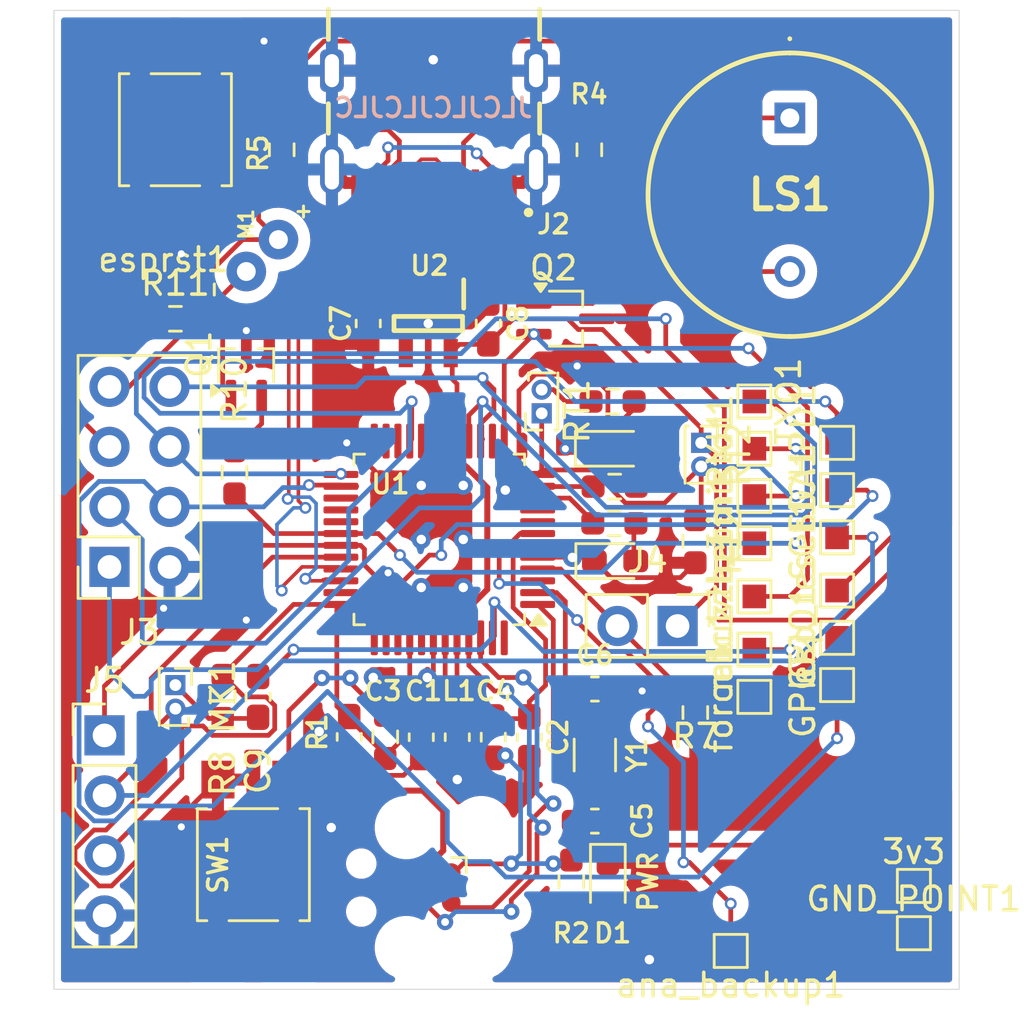
<source format=kicad_pcb>
(kicad_pcb (version 20240108) (generator "pcbnew") (generator_version "8.0")
  (layers (0 "F.Cu" signal) (31 "B.Cu" signal) (34 "B.Paste" user) (35 "F.Paste" user) (36 "B.SilkS" user "B.Silkscreen") (37 "F.SilkS" user "F.Silkscreen") (38 "B.Mask" user) (39 "F.Mask" user) (44 "Edge.Cuts" user))
  (net 0 "")
  (net 1 "Net-(U1-VDDCORE)")
  (net 2 "GND")
  (net 3 "/VDDANA")
  (net 4 "+3V3")
  (net 5 "/XC1")
  (net 6 "/XC2")
  (net 7 "VBUS")
  (net 8 "Net-(D1-A)")
  (net 9 "Net-(D2-A)")
  (net 10 "Net-(D3-A)")
  (net 11 "/LED1")
  (net 12 "/LED2")
  (net 13 "/POT")
  (net 14 "/SWD")
  (net 15 "/SWC")
  (net 16 "/D+")
  (net 17 "/D-")
  (net 18 "/~{RST}")
  (net 21 "Net-(MK1-OUTPUT_(+))")
  (net 22 "/mic")
  (net 24 "/TXO")
  (net 26 "/RXI")
  (net 27 "/GPIO0")
  (net 30 "/GPIO2")
  (net 31 "/CHPD")
  (net 32 "/esp_reset")
  (net 35 "/force_ana_in")
  (net 37 "/SCL")
  (net 38 "/SDA")
  (net 42 "Net-(LS1--)")
  (net 45 "Net-(Q1-C)")
  (net 47 "Net-(Q1-B)")
  (net 48 "/buzzer")
  (net 49 "/vib_pin")
  (net 50 "/thermistor_pin")
  (net 52 "/ana_backup_1")
  (net 53 "/ana_backup_2")
  (net 54 "Net-(R9-Pad1)")
  (net 57 "Net-(J2-CC1)")
  (net 58 "Net-(J2-CC2)")
  (footprint "Connector_PinHeader_1.00mm:PinHeader_2x01_P1.00mm_Vertical" (layer "F.Cu") (at 110.5 107 -90)
    (property "Reference" "MK1")
    (property "Value" "CMEJ-0415-42-P" (hide yes))
  )
  (footprint "TestPoint:TestPoint_Pad_1.0x1.0mm" (layer "F.Cu") (at 135 99 90)
    (property "Reference" "thermistor1")
    (property "Value" "thermistor")
  )
  (footprint "TestPoint:TestPoint_Pad_1.0x1.0mm" (layer "F.Cu") (at 135 105.5 90)
    (property "Reference" "mic1")
    (property "Value" "mic")
  )
  (footprint "LED_SMD:LED_0603_1608Metric_Pad1.05x0.95mm_HandSolder" (layer "F.Cu") (at 128.8 115.4 -90)
    (property "Reference" "D1")
    (property "Value" "GREEN")
  )
  (footprint "TestPoint:TestPoint_Pad_1.0x1.0mm" (layer "F.Cu") (at 138.5 96.75 90)
    (property "Reference" "CHPD1")
    (property "Value" "CHPD")
  )
  (footprint "Resistor_SMD:R_0603_1608Metric_Pad0.98x0.95mm_HandSolder" (layer "F.Cu") (at 129.075 100.15675)
    (property "Reference" "R3" (hide yes))
    (property "Value" "1k")
  )
  (footprint "TestPoint:TestPoint_Pad_1.0x1.0mm" (layer "F.Cu") (at 138.5 98.75 90)
    (property "Reference" "SDA1")
    (property "Value" "SDA")
  )
  (footprint "Capacitor_SMD:C_0603_1608Metric_Pad1.08x0.95mm_HandSolder" (layer "F.Cu") (at 117.856 109.194 -90)
    (property "Reference" "C3")
    (property "Value" "0.1uF")
  )
  (footprint "Package_QFP:TQFP-48_7x7mm_P0.5mm" (layer "F.Cu") (at 121.666 100.838 180)
    (property "Reference" "U1")
    (property "Value" "ATSAMD21G18A-A" (hide yes))
  )
  (footprint "Inductor_SMD:L_0603_1608Metric_Pad1.05x0.95mm_HandSolder" (layer "F.Cu") (at 123.952 109.207 90)
    (property "Reference" "L1")
    (property "Value" "FB-30R")
  )
  (footprint "Resistor_SMD:R_0603_1608Metric_Pad0.98x0.95mm_HandSolder" (layer "F.Cu") (at 132.5 100.9125 -90)
    (property "Reference" "R12")
    (property "Value" "2k")
  )
  (footprint "LED_SMD:LED_0603_1608Metric_Pad1.05x0.95mm_HandSolder" (layer "F.Cu") (at 129.0875 97)
    (property "Reference" "D3" (hide yes))
    (property "Value" "RED")
  )
  (footprint "LED_SMD:LED_0603_1608Metric_Pad1.05x0.95mm_HandSolder" (layer "F.Cu") (at 129.104886 101.75)
    (property "Reference" "D2" (hide yes))
    (property "Value" "RED")
  )
  (footprint "Resistor_SMD:R_0603_1608Metric_Pad0.98x0.95mm_HandSolder" (layer "F.Cu") (at 112.5 107.5 90)
    (property "Reference" "R8")
    (property "Value" "2.2k" (hide yes))
  )
  (footprint "Capacitor_SMD:C_0603_1608Metric_Pad1.08x0.95mm_HandSolder" (layer "F.Cu") (at 128.25 107.168)
    (property "Reference" "C6")
    (property "Value" "15uF")
  )
  (footprint "Capacitor_SMD:C_0603_1608Metric_Pad1.08x0.95mm_HandSolder" (layer "F.Cu") (at 122.428 109.207 -90)
    (property "Reference" "C4")
    (property "Value" "0.1uF")
  )
  (footprint "Capacitor_SMD:C_0603_1608Metric_Pad1.08x0.95mm_HandSolder" (layer "F.Cu") (at 125.476 109.207 -90)
    (property "Reference" "C2")
    (property "Value" "0.1uF")
  )
  (footprint "hcipcb:GCT_USB4105-GF-A" (layer "F.Cu") (at 121.443119 80.999999 180)
    (property "Reference" "J2")
    (property "Value" "USB4105-GF-A" (hide yes))
  )
  (footprint "TestPoint:TestPoint_Pad_1.0x1.0mm" (layer "F.Cu") (at 135 103.25 90)
    (property "Reference" "buzzer1")
    (property "Value" "buzzer")
  )
  (footprint "Buzzer_TE122001_6:TE1220016" (layer "F.Cu") (at 136.5 83)
    (property "Reference" "LS1")
    (property "Value" "TE122001-6" (hide yes))
  )
  (footprint "TestPoint:TestPoint_Pad_1.0x1.0mm" (layer "F.Cu") (at 138.5 103 90)
    (property "Reference" "esp_reset1")
    (property "Value" "esp_reset")
  )
  (footprint "Button_Switch_SMD:SW_SPST_TL3305A" (layer "F.Cu") (at 110.5 83.5 90)
    (property "Reference" "esprst1")
    (property "Value" "SW_Push" (hide yes))
  )
  (footprint "Resistor_SMD:R_0603_1608Metric_Pad0.98x0.95mm_HandSolder" (layer "F.Cu") (at 127.254 115.316 -90)
    (property "Reference" "R2")
    (property "Value" "1k")
  )
  (footprint "Package_TO_SOT_SMD:SOT-323_SC-70_Handsoldering" (layer "F.Cu") (at 113.5 93.5 90)
    (property "Reference" "Q1")
    (property "Value" "NPN" (hide yes))
  )
  (footprint "Resistor_SMD:R_0603_1608Metric_Pad0.98x0.95mm_HandSolder" (layer "F.Cu") (at 128.016 84.348 -90)
    (property "Reference" "R4")
    (property "Value" "5.1k")
  )
  (footprint "TestPoint:TestPoint_Pad_1.0x1.0mm" (layer "F.Cu") (at 135 97 90)
    (property "Reference" "RXI1")
    (property "Value" "RXI")
  )
  (footprint "TestPoint:TestPoint_Pad_1.0x1.0mm" (layer "F.Cu") (at 134 118.25 180)
    (property "Reference" "ana_backup1")
    (property "Value" "ana_backup1")
  )
  (footprint "Connector_PinHeader_2.54mm:PinHeader_1x04_P2.54mm_Vertical" (layer "F.Cu") (at 107.5 109.13)
    (property "Reference" "J5")
    (property "Value" "Conn_01x04")
  )
  (footprint "Capacitor_SMD:C_0603_1608Metric_Pad1.08x0.95mm_HandSolder" (layer "F.Cu") (at 118.66 91.7 90)
    (property "Reference" "C7")
    (property "Value" "1uF")
  )
  (footprint "TestPoint:TestPoint_Pad_1.0x1.0mm" (layer "F.Cu") (at 138.5 107 90)
    (property "Reference" "GPIO2")
    (property "Value" "GPIO2")
  )
  (footprint "Capacitor_SMD:C_0603_1608Metric_Pad1.08x0.95mm_HandSolder" (layer "F.Cu") (at 114 107.5 90)
    (property "Reference" "C9")
    (property "Value" "1uF" (hide yes))
  )
  (footprint "Capacitor_SMD:C_0603_1608Metric_Pad1.08x0.95mm_HandSolder" (layer "F.Cu") (at 123.74 91.7 90)
    (property "Reference" "C8")
    (property "Value" "1uF" (hide yes))
  )
  (footprint "Connector_PinHeader_1.00mm:PinHeader_2x01_P1.00mm_Vertical" (layer "F.Cu") (at 126 95.5 90)
    (property "Reference" "RT1")
    (property "Value" "ERT-J0ER223J" (hide yes))
  )
  (footprint "Resistor_SMD:R_0603_1608Metric_Pad0.98x0.95mm_HandSolder" (layer "F.Cu") (at 110.5 91.5 180)
    (property "Reference" "R11")
    (property "Value" "10k" (hide yes))
  )
  (footprint "Resistor_SMD:R_0603_1608Metric_Pad0.98x0.95mm_HandSolder" (layer "F.Cu") (at 129.0875 98.6)
    (property "Reference" "R6" (hide yes))
    (property "Value" "1k")
  )
  (footprint "Capacitor_SMD:C_0603_1608Metric_Pad1.08x0.95mm_HandSolder" (layer "F.Cu") (at 120.904 109.207 -90)
    (property "Reference" "C1")
    (property "Value" "0.1uF")
  )
  (footprint "Resistor_SMD:R_0603_1608Metric_Pad0.98x0.95mm_HandSolder" (layer "F.Cu") (at 132.5 108.1625 -90)
    (property "Reference" "R7")
    (property "Value" "10k" (hide yes))
  )
  (footprint "TestPoint:TestPoint_Pad_1.0x1.0mm" (layer "F.Cu") (at 135 107.5 90)
    (property "Reference" "force1")
    (property "Value" "force")
  )
  (footprint "Button_Switch_SMD:SW_SPST_TL3305A" (layer "F.Cu") (at 113.8 114.6 -90)
    (property "Reference" "SW1")
    (property "Value" "SW_Push")
  )
  (footprint "Resistor_SMD:R_0603_1608Metric_Pad0.98x0.95mm_HandSolder" (layer "F.Cu") (at 115 84.348 -90)
    (property "Reference" "R5")
    (property "Value" "5.1k")
  )
  (footprint "SparkFun_ElectroMechanical:VIBE-MOTOR-10MM" (layer "F.Cu") (at 113.46 88.15 90)
    (property "Reference" "M1")
    (property "Value" "MOTOR10MM" (hide yes))
  )
  (footprint "TestPoint:TestPoint_Pad_1.0x1.0mm" (layer "F.Cu") (at 135 95 -90)
    (property "Reference" "TXO1")
    (property "Value" "TXO")
  )
  (footprint "hcipcb:SOT95P280X145-5N" (layer "F.Cu") (at 121.2 91.7 -90)
    (property "Reference" "U2")
    (property "Value" "TLV73333PQDBVRQ1" (hide yes))
  )
  (footprint "Capacitor_SMD:C_0603_1608Metric_Pad1.08x0.95mm_HandSolder" (layer "F.Cu") (at 128.25 112.756)
    (property "Reference" "C5")
    (property "Value" "15uF")
  )
  (footprint "TestPoint:TestPoint_Pad_1.0x1.0mm" (layer "F.Cu") (at 138.5 100.75 90)
    (property "Reference" "SCL1")
    (property "Value" "SCL")
  )
  (footprint "Connector_PinSocket_2.54mm:PinSocket_2x04_P2.54mm_Vertical" (layer "F.Cu") (at 107.71 102 180)
    (property "Reference" "J3")
    (property "Value" "ESP8266 Pin")
  )
  (footprint "Connector_PinSocket_2.54mm:PinSocket_2x01_P2.54mm_Vertical" (layer "F.Cu") (at 131.75 104.5)
    (property "Reference" "J4")
    (property "Value" "Pressure")
  )
  (footprint "Package_TO_SOT_SMD:SOT-323_SC-70_Handsoldering" (layer "F.Cu") (at 127 91.5)
    (property "Reference" "Q2")
    (property "Value" "NPN" (hide yes))
  )
  (footprint "Resistor_SMD:R_0603_1608Metric_Pad0.98x0.95mm_HandSolder" (layer "F.Cu") (at 113 98 90)
    (property "Reference" "R10")
    (property "Value" "200" (hide yes))
  )
  (footprint "Connector_PinHeader_1.00mm:PinHeader_2x01_P1.00mm_Vertical" (layer "F.Cu") (at 132.75 96.75 -90)
    (property "Reference" "RT2")
    (property "Value" "ERT-J0ER223J")
  )
  (footprint "TestPoint:TestPoint_Pad_1.0x1.0mm" (layer "F.Cu") (at 141.75 115.5)
    (property "Reference" "3v3")
    (property "Value" "3v3")
  )
  (footprint "Connector:Tag-Connect_TC2030-IDC-FP_2x03_P1.27mm_Vertical" (layer "F.Cu") (at 120.904 115.57 180)
    (property "Reference" "J1" (hide yes))
    (property "Value" "SWD_TAG-CONNECT")
  )
  (footprint "TestPoint:TestPoint_Pad_1.0x1.0mm" (layer "F.Cu") (at 141.75 117.5)
    (property "Reference" "GND_POINT1")
    (property "Value" "Ground" (hide yes))
  )
  (footprint "TestPoint:TestPoint_Pad_1.0x1.0mm" (layer "F.Cu") (at 135 101 90)
    (property "Reference" "vib_pin1")
    (property "Value" "vib_pin")
  )
  (footprint "Crystal:Crystal_SMD_3215-2Pin_3.2x1.5mm" (layer "F.Cu") (at 128.25 109.962 90)
    (property "Reference" "Y1")
    (property "Value" "Crystal_Small")
  )
  (footprint "Resistor_SMD:R_0603_1608Metric_Pad0.98x0.95mm_HandSolder" (layer "F.Cu") (at 119.38 109.194 90)
    (property "Reference" "R1")
    (property "Value" "10k")
  )
  (footprint "TestPoint:TestPoint_Pad_1.0x1.0mm" (layer "F.Cu") (at 138.5 105 90)
    (property "Reference" "GPIO1")
    (property "Value" "GPIO0")
  )
  (footprint "Resistor_SMD:R_0603_1608Metric_Pad0.98x0.95mm_HandSolder" (layer "F.Cu") (at 129 95)
    (property "Reference" "R9" (hide yes))
    (property "Value" "750" (hide yes))
  )
  (gr_rect (start 105.360088 78.447568) (end 143.666646 119.874853) (stroke (width 0.0381)) (fill none) (layer "Edge.Cuts"))
  (gr_text "Todd Tan" (at 142.75 111 90) (layer "F.Cu") (effects (font (size 1.5 1.5) (thickness 0.2)) (justify left bottom)))
  (gr_text "JLCJLCJLCJLC" (at 121.412 82.57 0) (layer "B.SilkS") (effects (font (size 0.8128 0.8128) (thickness 0.1524)) (justify mirror)))
  (gr_text "PWR" (at 130.5 115.316 90) (layer "F.SilkS") (effects (font (size 0.8 0.8) (thickness 0.15) (bold yes))))
  (segment (start 121.916 107.42) (end 121.916 105.0005) (width 0.2) (layer "F.Cu") (net 1))
  (segment (start 120.904 108.432) (end 121.916 107.42) (width 0.2) (layer "F.Cu") (net 1))
  (segment (start 121.2 91.7) (end 121.2 90.45) (width 0.5) (layer "F.Cu") (net 2))
  (segment (start 129.9125 95) (end 129.9125 95.3) (width 0.2) (layer "F.Cu") (net 2))
  (segment (start 107.8 115.5) (end 112.3 111) (width 0.2) (layer "F.Cu") (net 2))
  (segment (start 120.1525 110.821) (end 118.6205 110.821) (width 0.2) (layer "F.Cu") (net 2))
  (segment (start 122.965 91.7) (end 123.74 90.925) (width 0.5) (layer "F.Cu") (net 2))
  (segment (start 121.416 106.422) (end 121.416 105.0005) (width 0.2) (layer "F.Cu") (net 2))
  (segment (start 128.802 96.4105) (end 128.2125 97) (width 0.2) (layer "F.Cu") (net 2))
  (segment (start 121.916 97.54) (end 121.916 96.6755) (width 0.2) (layer "F.Cu") (net 2))
  (segment (start 117.75 96.75) (end 119.552 98.552) (width 0.2) (layer "F.Cu") (net 2))
  (segment (start 129.1125 107.168) (end 130.168 107.168) (width 0.2) (layer "F.Cu") (net 2))
  (segment (start 120.904 102.87) (end 121.416 103.382) (width 0.2) (layer "F.Cu") (net 2))
  (segment (start 109.804 110.889109) (end 107.560109 113.133) (width 0.2) (layer "F.Cu") (net 2))
  (segment (start 120.904 98.552) (end 121.916 97.54) (width 0.2) (layer "F.Cu") (net 2))
  (segment (start 120.904 110.0695) (end 120.1525 110.821) (width 0.2) (layer "F.Cu") (net 2))
  (segment (start 125.729932 93.848) (end 128.086482 93.848) (width 0.2) (layer "F.Cu") (net 2))
  (segment (start 118.6205 110.821) (end 117.856 110.0565) (width 0.2) (layer "F.Cu") (net 2))
  (segment (start 128.086482 93.848) (end 128.802 94.563518) (width 0.2) (layer "F.Cu") (net 2))
  (segment (start 119.272179 115.423821) (end 117.455821 115.423821) (width 0.25) (layer "F.Cu") (net 2))
  (segment (start 118.243119 85.754999) (end 117.698119 85.754999) (width 0.5) (layer "F.Cu") (net 2))
  (segment (start 121.158 106.68) (end 121.416 106.422) (width 0.2) (layer "F.Cu") (net 2))
  (segment (start 119.435 91.7) (end 118.66 92.475) (width 0.5) (layer "F.Cu") (net 2))
  (segment (start 125.188119 85.754999) (end 125.763119 85.179999) (width 0.5) (layer "F.Cu") (net 2))
  (segment (start 124.46 98.75) (end 124.46 98.28983) (width 0.2) (layer "F.Cu") (net 2))
  (segment (start 130.168 107.168) (end 130.25 107.25) (width 0.2) (layer "F.Cu") (net 2))
  (segment (start 124.643119 85.754999) (end 125.188119 85.754999) (width 0.5) (layer "F.Cu") (net 2))
  (segment (start 106.25 113.936891) (end 106.25 114.483109) (width 0.2) (layer "F.Cu") (net 2))
  (segment (start 128.931886 102.452) (end 128.229886 101.75) (width 0.2) (layer "F.Cu") (net 2))
  (segment (start 121.2 91.7) (end 119.435 91.7) (width 0.5) (layer "F.Cu") (net 2))
  (segment (start 124.46 98.28983) (end 125.03883 97.711) (width 0.2) (layer "F.Cu") (net 2))
  (segment (start 119.852 103.088) (end 120.686 103.088) (width 0.2) (layer "F.Cu") (net 2))
  (segment (start 131.873 102.452) (end 128.931886 102.452) (width 0.2) (layer "F.Cu") (net 2))
  (segment (start 124.412 85.424) (end 124.392 85.444) (width 0.2) (layer "F.Cu") (net 2))
  (segment (start 121.416 103.382) (end 121.416 105.0005) (width 0.2) (layer "F.Cu") (net 2))
  (segment (start 110.5 108) (end 109.804 108.696) (width 0.2) (layer "F.Cu") (net 2))
  (segment (start 128.245255 101.588) (end 128.317386 101.660131) (width 0.2) (layer "F.Cu") (net 2))
  (segment (start 117.5035 103.088) (end 119.852 103.088) (width 0.2) (layer "F.Cu") (net 2))
  (segment (start 106.25 114.483109) (end 107.266891 115.5) (width 0.2) (layer "F.Cu") (net 2))
  (segment (start 128.802 94.563518) (end 128.802 96.4105) (width 0.2) (layer "F.Cu") (net 2))
  (segment (start 107.560109 113.133) (end 107.053891 113.133) (width 0.2) (layer "F.Cu") (net 2))
  (segment (start 107.053891 113.133) (end 106.25 113.936891) (width 0.2) (layer "F.Cu") (net 2))
  (segment (start 125.8285 101.588) (end 128.245255 101.588) (width 0.2) (layer "F.Cu") (net 2))
  (segment (start 109.804 108.696) (end 109.804 110.889109) (width 0.2) (layer "F.Cu") (net 2))
  (segment (start 117.698119 85.754999) (end 117.123119 85.179999) (width 0.5) (layer "F.Cu") (net 2))
  (segment (start 119.761 114.935) (end 119.272179 115.423821) (width 0.25) (layer "F.Cu") (net 2))
  (segment (start 120.686 103.088) (end 120.904 102.87) (width 0.2) (layer "F.Cu") (net 2))
  (segment (start 125.73 110.236) (end 125.476 109.982) (width 0.2) (layer "F.Cu") (net 2))
  (segment (start 107.266891 115.5) (end 107.8 115.5) (width 0.2) (layer "F.Cu") (net 2))
  (segment (start 125.03883 97.711) (end 125.03883 94.539102) (width 0.2) (layer "F.Cu") (net 2))
  (segment (start 121.2 91.7) (end 122.965 91.7) (width 0.5) (layer "F.Cu") (net 2))
  (segment (start 119.552 98.552) (end 120.904 98.552) (width 0.2) (layer "F.Cu") (net 2))
  (segment (start 125.03883 94.539102) (end 125.729932 93.848) (width 0.2) (layer "F.Cu") (net 2))
  (segment (start 132.5 101.825) (end 131.873 102.452) (width 0.2) (layer "F.Cu") (net 2))
  (segment (start 129.9125 95.3) (end 128.2125 97) (width 0.2) (layer "F.Cu") (net 2))
  (via (at 120.904 100.838) (size 0.8) (drill 0.4) (layers "F.Cu" "B.Cu") (net 2))
  (via (at 127.3 101.6) (size 0.8) (drill 0.4) (layers "F.Cu" "B.Cu") (net 2))
  (via (at 127.5 93.5) (size 0.5) (drill 0.3) (layers "F.Cu" "B.Cu") (net 2))
  (via (at 124.46 98.75) (size 0.8) (drill 0.4) (layers "F.Cu" "B.Cu") (net 2))
  (via (at 120.904 98.552) (size 0.8) (drill 0.4) (layers "F.Cu" "B.Cu") (net 2))
  (via (at 130.556 118.618) (size 0.8) (drill 0.4) (layers "F.Cu" "B.Cu") (net 2))
  (via (at 117.094 113.03) (size 0.8) (drill 0.4) (layers "F.Cu" "B.Cu") (net 2))
  (via (at 110.75 88.75) (size 0.5) (drill 0.3) (layers "F.Cu" "B.Cu") (net 2))
  (via (at 114.25 79.75) (size 0.5) (drill 0.3) (layers "F.Cu" "B.Cu") (net 2))
  (via (at 118.872 106.68) (size 0.8) (drill 0.4) (layers "F.Cu" "B.Cu") (net 2))
  (via (at 119.5 102.25) (size 0.5) (drill 0.3) (layers "F.Cu" "B.Cu") (net 2))
  (via (at 130.25 107.25) (size 0.5) (drill 0.3) (layers "F.Cu" "B.Cu") (net 2))
  (via (at 120.904 102.87) (size 0.8) (drill 0.4) (layers "F.Cu" "B.Cu") (net 2))
  (via (at 110.75 113) (size 0.5) (drill 0.3) (layers "F.Cu" "B.Cu") (net 2))
  (via (at 122.682 102.87) (size 0.8) (drill 0.4) (layers "F.Cu" "B.Cu") (net 2))
  (via (at 117.75 96.75) (size 0.5) (drill 0.3) (layers "F.Cu" "B.Cu") (net 2))
  (via (at 127 97) (size 0.5) (drill 0.3) (layers "F.Cu" "B.Cu") (net 2))
  (via (at 122.682 100.838) (size 0.8) (drill 0.4) (layers "F.Cu" "B.Cu") (net 2))
  (via (at 122.682 98.552) (size 0.8) (drill 0.4) (layers "F.Cu" "B.Cu") (net 2))
  (via (at 121.158 106.68) (size 0.8) (drill 0.4) (layers "F.Cu" "B.Cu") (net 2))
  (via (at 113.5 104.25) (size 0.5) (drill 0.3) (layers "F.Cu" "B.Cu") (net 2))
  (via (at 121.412 80.538) (size 0.8) (drill 0.4) (layers "F.Cu" "B.Cu") (net 2))
  (via (at 116.586 108.966) (size 0.8) (drill 0.4) (layers "F.Cu" "B.Cu") (net 2))
  (via (at 121.2 91.7) (size 0.8) (drill 0.4) (layers "F.Cu" "B.Cu") (net 2))
  (via (at 113.5 92) (size 0.5) (drill 0.3) (layers "F.Cu" "B.Cu") (net 2))
  (via (at 122.428 110.998) (size 0.8) (drill 0.4) (layers "F.Cu" "B.Cu") (net 2))
  (via (at 110 103.75) (size 0.5) (drill 0.3) (layers "F.Cu" "B.Cu") (net 2))
  (segment (start 117.123119 85.179999) (end 117.123119 80.999999) (width 0.5) (layer "B.Cu") (net 2))
  (segment (start 125.763119 85.179999) (end 125.763119 80.999999) (width 0.5) (layer "B.Cu") (net 2))
  (segment (start 126.16548 105.08348) (end 125.04652 103.96452) (width 0.2) (layer "F.Cu") (net 3))
  (segment (start 125.4635 108.4195) (end 125.476 108.432) (width 0.2) (layer "F.Cu") (net 3))
  (segment (start 125.476 107.696) (end 126.16496 107.00704) (width 0.2) (layer "F.Cu") (net 3))
  (segment (start 126.16548 105.822968) (end 126.16548 105.08348) (width 0.2) (layer "F.Cu") (net 3))
  (segment (start 123.952 108.4195) (end 125.4635 108.4195) (width 0.2) (layer "F.Cu") (net 3))
  (segment (start 125.041107 103.96452) (end 124.79148 103.714893) (width 0.2) (layer "F.Cu") (net 3))
  (segment (start 125.476 108.432) (end 125.476 107.696) (width 0.2) (layer "F.Cu") (net 3))
  (segment (start 125.04652 103.96452) (end 125.041107 103.96452) (width 0.2) (layer "F.Cu") (net 3))
  (segment (start 126.16496 105.823488) (end 126.16548 105.822968) (width 0.2) (layer "F.Cu") (net 3))
  (segment (start 125.061349 101.088) (end 125.8285 101.088) (width 0.2) (layer "F.Cu") (net 3))
  (segment (start 124.79148 101.357869) (end 125.061349 101.088) (width 0.2) (layer "F.Cu") (net 3))
  (segment (start 124.79148 103.714893) (end 124.79148 101.357869) (width 0.2) (layer "F.Cu") (net 3))
  (segment (start 126.16496 107.00704) (end 126.16496 105.823488) (width 0.2) (layer "F.Cu") (net 3))
  (segment (start 132.75 96.75) (end 132.75 96.125) (width 0.2) (layer "F.Cu") (net 4))
  (segment (start 124.442 91.8605) (end 123.74 92.5625) (width 0.2) (layer "F.Cu") (net 4))
  (segment (start 128.577 91.952) (end 127.548756 91.952) (width 0.2) (layer "F.Cu") (net 4))
  (segment (start 140.023 113.773) (end 127.8845 113.773) (width 0.2) (layer "F.Cu") (net 4))
  (segment (start 111.4125 90.081079) (end 113.344859 88.14872) (width 0.2) (layer "F.Cu") (net 4))
  (segment (start 124.8025 91.5) (end 124.442 91.8605) (width 0.2) (layer "F.Cu") (net 4))
  (segment (start 141.75 115.5) (end 140.023 113.773) (width 0.2) (layer "F.Cu") (net 4))
  (segment (start 113.344859 88.14872) (end 114.8589 88.14872) (width 0.2) (layer "F.Cu") (net 4))
  (segment (start 112.063518 109.127) (end 114.436482 109.127) (width 0.2) (layer "F.Cu") (net 4))
  (segment (start 122.416 96.6755) (end 122.416 94.255175) (width 0.2) (layer "F.Cu") (net 4))
  (segment (start 123.698 98.643795) (end 122.844205 97.79) (width 0.254) (layer "F.Cu") (net 4))
  (segment (start 110.770068 110.939932) (end 110.770068 108.729932) (width 0.2) (layer "F.Cu") (net 4))
  (segment (start 122.216 92.884) (end 122.216 94.055175) (width 0.2) (layer "F.Cu") (net 4))
  (segment (start 133.402 102.848) (end 131.75 104.5) (width 0.2) (layer "F.Cu") (net 4))
  (segment (start 127.8845 113.773) (end 127.254 114.4035) (width 0.2) (layer "F.Cu") (net 4))
  (segment (start 124.4475 109.9945) (end 123.952 109.9945) (width 0.2) (layer "F.Cu") (net 4))
  (segment (start 123.843 92.475) (end 123.74 92.475) (width 0.2) (layer "F.Cu") (net 4))
  (segment (start 113.4125 107.5) (end 112.5 106.5875) (width 0.2) (layer "F.Cu") (net 4))
  (segment (start 107.71 94.38) (end 108.5325 94.38) (width 0.2) (layer "F.Cu") (net 4))
  (segment (start 114.8589 88.14872) (end 114.020701 87.310521) (width 0.2) (layer "F.Cu") (net 4))
  (segment (start 128.718 82.986518) (end 128.718 86.062518) (width 0.2) (layer "F.Cu") (net 4))
  (segment (start 127.191 114.554) (end 127.254 114.491) (width 0.2) (layer "F.Cu") (net 4))
  (segment (start 107.5 114.21) (end 110.770068 110.939932) (width 0.2) (layer "F.Cu") (net 4))
  (segment (start 127.096756 91.5) (end 124.8025 91.5) (width 0.2) (layer "F.Cu") (net 4))
  (segment (start 117.330589 107.893589) (end 117.330589 103.760911) (width 0.2) (layer "F.Cu") (net 4))
  (segment (start 122.844205 97.79) (end 122.828403 97.79) (width 0.254) (layer "F.Cu") (net 4))
  (segment (start 117.856 108.419) (end 117.330589 107.893589) (width 0.2) (layer "F.Cu") (net 4))
  (segment (start 114.702 108.861482) (end 114.702 107.863518) (width 0.2) (layer "F.Cu") (net 4))
  (segment (start 128.452482 82.721) (end 128.718 82.986518) (width 0.2) (layer "F.Cu") (net 4))
  (segment (start 111.4125 91.5) (end 111.4125 90.081079) (width 0.2) (layer "F.Cu") (net 4))
  (segment (start 121.62752 109.23248) (end 122.428 108.432) (width 0.2) (layer "F.Cu") (net 4))
  (segment (start 123.6315 92.5835) (end 122.5165 92.5835) (width 0.2) (layer "F.Cu") (net 4))
  (segment (start 122.921394 114.554) (end 122.682 114.554) (width 0.2) (layer "F.Cu") (net 4))
  (segment (start 122.5165 92.5835) (end 122.216 92.884) (width 0.2) (layer "F.Cu") (net 4))
  (segment (start 122.416 97.377597) (end 122.416 96.6755) (width 0.254) (layer "F.Cu") (net 4))
  (segment (start 124.701029 114.566971) (end 122.934365 114.566971) (width 0.2) (layer "F.Cu") (net 4))
  (segment (start 124.714 114.554) (end 124.701029 114.566971) (width 0.2) (layer "F.Cu") (net 4))
  (segment (start 122.416 94.255175) (end 122.216 94.055175) (width 0.2) (layer "F.Cu") (net 4))
  (segment (start 127.548756 91.952) (end 127.096756 91.5) (width 0.2) (layer "F.Cu") (net 4))
  (segment (start 122.416 105.0005) (end 122.416 104.233103) (width 0.254) (layer "F.Cu") (net 4))
  (segment (start 114.338482 107.5) (end 114.702 107.863518) (width 0.2) (layer "F.Cu") (net 4))
  (segment (start 122.682 114.554) (end 122.301 114.935) (width 0.2) (layer "F.Cu") (net 4))
  (segment (start 110.770068 108.729932) (end 111.66645 108.729932) (width 0.2) (layer "F.Cu") (net 4))
  (segment (start 132.75 96.75) (end 133.402 97.402) (width 0.2) (layer "F.Cu") (net 4))
  (segment (start 122.416 104.233103) (end 123.698 102.951103) (width 0.254) (layer "F.Cu") (net 4))
  (segment (start 119.38 110.019) (end 120.16652 109.23248) (width 0.2) (layer "F.Cu") (net 4))
  (segment (start 112.5 106.5875) (end 115.4995 103.588) (width 0.2) (layer "F.Cu") (net 4))
  (segment (start 119.38 109.943) (end 117.856 108.419) (width 0.2) (layer "F.Cu") (net 4))
  (segment (start 126.492 114.554) (end 127.191 114.554) (width 0.2) (layer "F.Cu") (net 4))
  (segment (start 122.416 105.0005) (end 122.416 108.42) (width 0.2) (layer "F.Cu") (net 4))
  (segment (start 122.828403 97.79) (end 122.416 97.377597) (width 0.254) (layer "F.Cu") (net 4))
  (segment (start 115.4995 103.588) (end 117.5035 103.588) (width 0.2) (layer "F.Cu") (net 4))
  (segment (start 122.428 108.432) (end 122.428 108.4705) (width 0.2) (layer "F.Cu") (net 4))
  (segment (start 114.020701 83.263817) (end 114.563518 82.721) (width 0.2) (layer "F.Cu") (net 4))
  (segment (start 108.5325 94.38) (end 111.4125 91.5) (width 0.2) (layer "F.Cu") (net 4))
  (segment (start 114.436482 109.127) (end 114.702 108.861482) (width 0.2) (layer "F.Cu") (net 4))
  (segment (start 119.38 110.019) (end 119.38 109.943) (width 0.2) (layer "F.Cu") (net 4))
  (segment (start 132.75 96.125) (end 128.577 91.952) (width 0.2) (layer "F.Cu") (net 4))
  (segment (start 117.330589 103.760911) (end 117.5035 103.588) (width 0.2) (layer "F.Cu") (net 4))
  (segment (start 123.698 102.951103) (end 123.698 98.643795) (width 0.254) (layer "F.Cu") (net 4))
  (segment (start 114.020701 87.310521) (end 114.020701 83.263817) (width 0.2) (layer "F.Cu") (net 4))
  (segment (start 128.731482 83) (end 128.718 82.986518) (width 0.2) (layer "F.Cu") (net 4))
  (segment (start 136.5 83) (end 128.731482 83) (width 0.2) (layer "F.Cu") (net 4))
  (segment (start 133.402 97.402) (end 133.402 102.848) (width 0.2) (layer "F.Cu") (net 4))
  (segment (start 124.46 109.982) (end 124.4475 109.9945) (width 0.2) (layer "F.Cu") (net 4))
  (segment (start 122.428 108.4705) (end 123.952 109.9945) (width 0.2) (layer "F.Cu") (net 4))
  (segment (start 114.563518 82.721) (end 128.452482 82.721) (width 0.2) (layer "F.Cu") (net 4))
  (segment (start 128.718 86.062518) (end 124.442 90.338518) (width 0.2) (layer "F.Cu") (net 4))
  (segment (start 122.416 108.42) (end 122.428 108.432) (width 0.2) (layer "F.Cu") (net 4))
  (segment (start 124.442 90.338518) (end 124.442 91.8605) (width 0.2) (layer "F.Cu") (net 4))
  (segment (start 122.934365 114.566971) (end 122.921394 114.554) (width 0.2) (layer "F.Cu") (net 4))
  (segment (start 114.338482 107.5) (end 113.4125 107.5) (width 0.2) (layer "F.Cu") (net 4))
  (segment (start 111.66645 108.729932) (end 112.063518 109.127) (width 0.2) (layer "F.Cu") (net 4))
  (segment (start 120.16652 109.23248) (end 121.62752 109.23248) (width 0.2) (layer "F.Cu") (net 4))
  (via (at 126.492 114.554) (size 0.6858) (drill 0.3302) (layers "F.Cu" "B.Cu") (net 4))
  (via (at 124.46 109.982) (size 0.6858) (drill 0.3302) (layers "F.Cu" "B.Cu") (net 4))
  (via (at 124.714 114.554) (size 0.6858) (drill 0.3302) (layers "F.Cu" "B.Cu") (net 4))
  (segment (start 125.107971 114.160029) (end 124.714 114.554) (width 0.2) (layer "B.Cu") (net 4))
  (segment (start 124.714 114.554) (end 126.492 114.554) (width 0.2) (layer "B.Cu") (net 4))
  (segment (start 124.46 109.982) (end 125.103489 110.625489) (width 0.2) (layer "B.Cu") (net 4))
  (segment (start 125.107971 111.261992) (end 125.107971 114.160029) (width 0.2) (layer "B.Cu") (net 4))
  (segment (start 125.103489 110.625489) (end 125.103489 111.25751) (width 0.2) (layer "B.Cu") (net 4))
  (segment (start 125.103489 111.25751) (end 125.107971 111.261992) (width 0.2) (layer "B.Cu") (net 4))
  (segment (start 125.8285 103.588) (end 126.492 104.2515) (width 0.2) (layer "F.Cu") (net 5))
  (segment (start 128.016 111.252) (end 128.016 111.981) (width 0.2) (layer "F.Cu") (net 5))
  (segment (start 126.49148 109.72748) (end 128.016 111.252) (width 0.2) (layer "F.Cu") (net 5))
  (segment (start 126.492 105.958217) (end 126.49148 105.958737) (width 0.2) (layer "F.Cu") (net 5))
  (segment (start 128.016 111.981) (end 127.241 112.756) (width 0.2) (layer "F.Cu") (net 5))
  (segment (start 126.49148 105.958737) (end 126.49148 109.72748) (width 0.2) (layer "F.Cu") (net 5))
  (segment (start 126.492 104.2515) (end 126.492 105.958217) (width 0.2) (layer "F.Cu") (net 5))
  (segment (start 127 106.934) (end 128.016 107.95) (width 0.2) (layer "F.Cu") (net 6))
  (segment (start 128.016 107.95) (end 128.016 107.97) (width 0.2) (layer "F.Cu") (net 6))
  (segment (start 128.016 108.478) (end 128.25 108.712) (width 0.25) (layer "F.Cu") (net 6))
  (segment (start 128.016 107.97) (end 128.016 108.478) (width 0.25) (layer "F.Cu") (net 6))
  (segment (start 125.8285 103.088) (end 126.631006 103.088) (width 0.2) (layer "F.Cu") (net 6))
  (segment (start 126.631006 103.088) (end 127 103.456994) (width 0.2) (layer "F.Cu") (net 6))
  (segment (start 127 103.456994) (end 127 106.934) (width 0.2) (layer "F.Cu") (net 6))
  (segment (start 120.25 89.908142) (end 120.25 89.82907) (width 0.5) (layer "F.Cu") (net 7))
  (segment (start 122.15 90.45) (end 122.15 89.922) (width 0.5) (layer "F.Cu") (net 7))
  (segment (start 123.25 84.5) (end 123.843119 85.093119) (width 0.2) (layer "F.Cu") (net 7))
  (segment (start 122.15 90.45) (end 123.7401 88.8599) (width 0.5) (layer "F.Cu") (net 7))
  (segment (start 119.043119 85.754999) (end 119.25 85.548118) (width 0.2) (layer "F.Cu") (net 7))
  (segment (start 118.66 90.925) (end 119.135 90.45) (width 0.5) (layer "F.Cu") (net 7))
  (segment (start 123.35 89.25) (end 123.7401 88.8599) (width 0.5) (layer "F.Cu") (net 7))
  (segment (start 119.043119 85.263551) (end 119.043119 85.754999) (width 0.2) (layer "F.Cu") (net 7))
  (segment (start 119.5 84.80667) (end 119.043119 85.263551) (width 0.2) (layer "F.Cu") (net 7))
  (segment (start 120.82907 89.25) (end 123.35 89.25) (width 0.5) (layer "F.Cu") (net 7))
  (segment (start 120.25 89.82907) (end 120.82907 89.25) (width 0.5) (layer "F.Cu") (net 7))
  (segment (start 123.843119 88.756881) (end 123.843119 85.754999) (width 0.5) (layer "F.Cu") (net 7))
  (segment (start 123.7401 88.8599) (end 123.843119 88.756881) (width 0.5) (layer "F.Cu") (net 7))
  (segment (start 123.843119 85.08812) (end 123.843119 85.75) (width 0.2) (layer "F.Cu") (net 7))
  (segment (start 119.5 84.25) (end 119.5 84.80667) (width 0.2) (layer "F.Cu") (net 7))
  (segment (start 119.135 90.45) (end 120.25 90.45) (width 0.5) (layer "F.Cu") (net 7))
  (segment (start 122.15 89.95) (end 122.15 90.3085) (width 0.5) (layer "F.Cu") (net 7))
  (via (at 119.5 84.25) (size 0.5) (drill 0.3) (layers "F.Cu" "B.Cu") (net 7))
  (via (at 123.25 84.5) (size 0.5) (drill 0.3) (layers "F.Cu" "B.Cu") (net 7))
  (segment (start 123 84.25) (end 119.5 84.25) (width 0.2) (layer "B.Cu") (net 7))
  (segment (start 123.25 84.5) (end 123 84.25) (width 0.2) (layer "B.Cu") (net 7))
  (segment (start 127.254 116.141) (end 128.7405 116.141) (width 0.2) (layer "F.Cu") (net 8))
  (segment (start 129.9 100.15675) (end 129.9 101.64325) (width 0.2) (layer "F.Cu") (net 9))
  (segment (start 129.9125 98.6) (end 129.9125 97.1375) (width 0.254) (layer "F.Cu") (net 10))
  (segment (start 129.9125 97.1375) (end 129.875 97.1) (width 0.254) (layer "F.Cu") (net 10))
  (segment (start 125.8285 99.088) (end 127.18125 99.088) (width 0.2) (layer "F.Cu") (net 11))
  (segment (start 127.18125 99.088) (end 128.25 100.15675) (width 0.2) (layer "F.Cu") (net 11))
  (segment (start 125.8405 98.6) (end 125.8285 98.588) (width 0.2) (layer "F.Cu") (net 12))
  (segment (start 128.2625 98.6) (end 125.8405 98.6) (width 0.2) (layer "F.Cu") (net 12))
  (segment (start 123.416 105.916585) (end 123.416 105.0005) (width 0.2) (layer "F.Cu") (net 14))
  (segment (start 125.476 114.859758) (end 123.920937 116.414821) (width 0.2) (layer "F.Cu") (net 14))
  (segment (start 126.492 112.014) (end 126.25613 112.014) (width 0.2) (layer "F.Cu") (net 14))
  (segment (start 122.510821 116.414821) (end 122.301 116.205) (width 0.2) (layer "F.Cu") (net 14))
  (segment (start 126.25613 112.014) (end 125.476 112.79413) (width 0.2) (layer "F.Cu") (net 14))
  (segment (start 125.476 112.79413) (end 125.476 114.859758) (width 0.2) (layer "F.Cu") (net 14))
  (segment (start 125.222 106.68) (end 124.179415 106.68) (width 0.2) (layer "F.Cu") (net 14))
  (segment (start 124.179415 106.68) (end 123.416 105.916585) (width 0.2) (layer "F.Cu") (net 14))
  (segment (start 123.920937 116.414821) (end 122.510821 116.414821) (width 0.2) (layer "F.Cu") (net 14))
  (via (at 125.222 106.68) (size 0.6858) (drill 0.3302) (layers "F.Cu" "B.Cu") (net 14))
  (via (at 126.492 112.014) (size 0.6858) (drill 0.3302) (layers "F.Cu" "B.Cu") (net 14))
  (segment (start 125.80252 111.57852) (end 126.238 112.014) (width 0.2) (layer "B.Cu") (net 14))
  (segment (start 126.238 112.014) (end 126.492 112.014) (width 0.2) (layer "B.Cu") (net 14))
  (segment (start 125.80252 107.26052) (end 125.80252 111.57852) (width 0.2) (layer "B.Cu") (net 14))
  (segment (start 125.222 106.68) (end 125.80252 107.26052) (width 0.2) (layer "B.Cu") (net 14))
  (segment (start 125.80252 113.27288) (end 125.80252 114.995008) (width 0.2) (layer "F.Cu") (net 15))
  (segment (start 121.911343 117.027691) (end 121.853691 117.027691) (width 0.2) (layer "F.Cu") (net 15))
  (segment (start 125.80252 114.995008) (end 124.714 116.083528) (width 0.2) (layer "F.Cu") (net 15))
  (segment (start 121.853691 117.027691) (end 121.031 116.205) (width 0.2) (layer "F.Cu") (net 15))
  (segment (start 123.9994 107.2494) (end 122.916 106.166) (width 0.2) (layer "F.Cu") (net 15))
  (segment (start 122.916 106.166) (end 122.916 105.0005) (width 0.2) (layer "F.Cu") (net 15))
  (segment (start 124.5 107.2494) (end 123.9994 107.2494) (width 0.2) (layer "F.Cu") (net 15))
  (segment (start 126.0454 113.03) (end 125.80252 113.27288) (width 0.2) (layer "F.Cu") (net 15))
  (segment (start 124.714 116.083528) (end 124.714 116.586) (width 0.2) (layer "F.Cu") (net 15))
  (via (at 124.5 107.2494) (size 0.6858) (drill 0.3302) (layers "F.Cu" "B.Cu") (net 15))
  (via (at 124.714 116.586) (size 0.6858) (drill 0.3302) (layers "F.Cu" "B.Cu") (net 15))
  (via (at 126.0454 113.03) (size 0.6858) (drill 0.3302) (layers "F.Cu" "B.Cu") (net 15))
  (via (at 121.911343 117.027691) (size 0.6858) (drill 0.3302) (layers "F.Cu" "B.Cu") (net 15))
  (segment (start 124.5 107.2494) (end 125.476 108.2254) (width 0.2) (layer "B.Cu") (net 15))
  (segment (start 121.911343 117.027691) (end 122.353034 116.586) (width 0.2) (layer "B.Cu") (net 15))
  (segment (start 125.476 112.4606) (end 126.0454 113.03) (width 0.2) (layer "B.Cu") (net 15))
  (segment (start 125.476 108.2254) (end 125.476 112.4606) (width 0.2) (layer "B.Cu") (net 15))
  (segment (start 122.353034 116.586) (end 124.714 116.586) (width 0.2) (layer "B.Cu") (net 15))
  (segment (start 119.41583 88.5468) (end 120.739919 87.222711) (width 0.1524) (layer "F.Cu") (net 16))
  (segment (start 116.748979 102.541201) (end 117.456701 102.541201) (width 0.1524) (layer "F.Cu") (net 16))
  (segment (start 121.693119 84.908359) (end 121.693119 85.754999) (width 0.1524) (layer "F.Cu") (net 16))
  (segment (start 120.739919 86.226799) (end 120.693119 86.179999) (width 0.1524) (layer "F.Cu") (net 16))
  (segment (start 121.53476 84.75) (end 121.693119 84.908359) (width 0.1524) (layer "F.Cu") (net 16))
  (segment (start 117.456701 102.541201) (end 117.397902 102.6) (width 0.2) (layer "F.Cu") (net 16))
  (segment (start 117.5035 102.588) (end 117.456701 102.541201) (width 0.1524) (layer "F.Cu") (net 16))
  (segment (start 115.2968 90.16583) (end 116.91583 88.5468) (width 0.1524) (layer "F.Cu") (net 16))
  (segment (start 116.91583 88.5468) (end 119.41583 88.5468) (width 0.1524) (layer "F.Cu") (net 16))
  (segment (start 116.088 102.588) (end 117.5035 102.588) (width 0.1524) (layer "F.Cu") (net 16))
  (segment (start 120.693119 84.96524) (end 120.908359 84.75) (width 0.1524) (layer "F.Cu") (net 16))
  (segment (start 115.250943 99.119639) (end 115.2968 99.073782) (width 0.1524) (layer "F.Cu") (net 16))
  (segment (start 115.2968 99.073782) (end 115.2968 90.16583) (width 0.1524) (layer "F.Cu") (net 16))
  (segment (start 120.739919 87.222711) (end 120.739919 86.996799) (width 0.1524) (layer "F.Cu") (net 16))
  (segment (start 120.693119 86.949999) (end 120.693119 86.139999) (width 0.1524) (layer "F.Cu") (net 16))
  (segment (start 120.693119 86.139999) (end 120.693119 84.96524) (width 0.1524) (layer "F.Cu") (net 16))
  (segment (start 120.739919 86.996799) (end 120.693119 86.949999) (width 0.1524) (layer "F.Cu") (net 16))
  (segment (start 120.693119 86.179999) (end 120.693119 85.754999) (width 0.1524) (layer "F.Cu") (net 16))
  (segment (start 116 102.5) (end 116.088 102.588) (width 0.1524) (layer "F.Cu") (net 16))
  (segment (start 120.908359 84.75) (end 121.53476 84.75) (width 0.1524) (layer "F.Cu") (net 16))
  (segment (start 120.739919 86.472711) (end 120.739919 86.226799) (width 0.1524) (layer "F.Cu") (net 16))
  (via (at 116 102.5) (size 0.5) (drill 0.3) (layers "F.Cu" "B.Cu") (net 16))
  (via (at 115.250943 99.119639) (size 0.5) (drill 0.3) (layers "F.Cu" "B.Cu") (net 16))
  (segment (start 116.4532 99.312278) (end 116.4532 102.0468) (width 0.1524) (layer "B.Cu") (net 16))
  (segment (start 116.187722 99.0468) (end 116.4532 99.312278) (width 0.1524) (layer "B.Cu") (net 16))
  (segment (start 115.250943 99.119639) (end 115.323782 99.0468) (width 0.1524) (layer "B.Cu") (net 16))
  (segment (start 115.323782 99.0468) (end 116.187722 99.0468) (width 0.1524) (layer "B.Cu") (net 16))
  (segment (start 116.4532 102.0468) (end 116 102.5) (width 0.1524) (layer "B.Cu") (net 16))
  (segment (start 121.146319 86.996799) (end 121.146319 87.391051) (width 0.1524) (layer "F.Cu") (net 17))
  (segment (start 121.193119 86.139999) (end 121.193119 86.949999) (width 0.1524) (layer "F.Cu") (net 17))
  (segment (start 115 102.859078) (end 115.859078 102) (width 0.1524) (layer "F.Cu") (net 17))
  (segment (start 121.146319 87.391051) (end 119.58417 88.9532) (width 0.1524) (layer "F.Cu") (net 17))
  (segment (start 115.859078 102) (end 117.4155 102) (width 0.1524) (layer "F.Cu") (net 17))
  (segment (start 117.456701 102.134799) (end 117.421902 102.1) (width 0.2) (layer "F.Cu") (net 17))
  (segment (start 122.193119 87.252399) (end 122.193119 86.139999) (width 0.1524) (layer "F.Cu") (net 17))
  (segment (start 121.945518 87.5) (end 122.193119 87.252399) (width 0.1524) (layer "F.Cu") (net 17))
  (segment (start 121.193119 86.949999) (end 121.146319 86.996799) (width 0.1524) (layer "F.Cu") (net 17))
  (segment (start 115.7032 90.33417) (end 115.7032 99.2032) (width 0.1524) (layer "F.Cu") (net 17))
  (segment (start 119.58417 88.9532) (end 117.08417 88.9532) (width 0.1524) (layer "F.Cu") (net 17))
  (segment (start 115 103) (end 115 102.859078) (width 0.1524) (layer "F.Cu") (net 17))
  (segment (start 117.5035 102.088) (end 117.456701 102.134799) (width 0.1524) (layer "F.Cu") (net 17))
  (segment (start 116.917285 102.134799) (end 117.456701 102.134799) (width 0.1524) (layer "F.Cu") (net 17))
  (segment (start 121.193119 87.252399) (end 121.44072 87.5) (width 0.1524) (layer "F.Cu") (net 17))
  (segment (start 115.7032 99.2032) (end 116 99.5) (width 0.1524) (layer "F.Cu") (net 17))
  (segment (start 121.44072 87.5) (end 121.945518 87.5) (width 0.1524) (layer "F.Cu") (net 17))
  (segment (start 117.08417 88.9532) (end 115.7032 90.33417) (width 0.1524) (layer "F.Cu") (net 17))
  (segment (start 117.4155 102) (end 117.5035 102.088) (width 0.1524) (layer "F.Cu") (net 17))
  (segment (start 121.193119 86.139999) (end 121.193119 87.252399) (width 0.1524) (layer "F.Cu") (net 17))
  (via (at 116 99.5) (size 0.5) (drill 0.3) (layers "F.Cu" "B.Cu") (net 17))
  (via (at 115 103) (size 0.5) (drill 0.3) (layers "F.Cu" "B.Cu") (net 17))
  (segment (start 114.7968 102.7968) (end 115 103) (width 0.1524) (layer "B.Cu") (net 17))
  (segment (start 115.5 99.5) (end 114.7968 100.2032) (width 0.1524) (layer "B.Cu") (net 17))
  (segment (start 116 99.5) (end 115.5 99.5) (width 0.1524) (layer "B.Cu") (net 17))
  (segment (start 114.7968 100.2032) (end 114.7968 102.7968) (width 0.1524) (layer "B.Cu") (net 17))
  (segment (start 119.58121 111.506) (end 119.621181 111.466029) (width 0.254) (layer "F.Cu") (net 18))
  (segment (start 115.806 111.506) (end 119.58121 111.506) (width 0.254) (layer "F.Cu") (net 18))
  (segment (start 115.3 111) (end 115.806 111.506) (width 0.254) (layer "F.Cu") (net 18))
  (segment (start 117.9 106.889) (end 119.38 108.369) (width 0.2) (layer "F.Cu") (net 18))
  (segment (start 119.38 108.369) (end 120.416 107.333) (width 0.2) (layer "F.Cu") (net 18))
  (segment (start 119.621181 111.466029) (end 120.963877 111.466029) (width 0.254) (layer "F.Cu") (net 18))
  (segment (start 115.3 111) (end 115.3 118.2) (width 0.254) (layer "F.Cu") (net 18))
  (segment (start 117.9 106.7) (end 117.9 106.889) (width 0.2) (layer "F.Cu") (net 18))
  (segment (start 120.963877 111.466029) (end 121.832971 112.335123) (width 0.254) (layer "F.Cu") (net 18))
  (segment (start 120.416 107.333) (end 120.416 105.0005) (width 0.2) (layer "F.Cu") (net 18))
  (segment (start 115.3 108.1) (end 115.3 111) (width 0.2) (layer "F.Cu") (net 18))
  (segment (start 121.832971 114.006029) (end 120.904 114.935) (width 0.254) (layer "F.Cu") (net 18))
  (segment (start 121.832971 112.335123) (end 121.832971 114.006029) (width 0.254) (layer "F.Cu") (net 18))
  (segment (start 116.7 106.7) (end 115.3 108.1) (width 0.2) (layer "F.Cu") (net 18))
  (via (at 116.7 106.7) (size 0.6858) (drill 0.3302) (layers "F.Cu" "B.Cu") (net 18))
  (via (at 117.9 106.7) (size 0.6858) (drill 0.3302) (layers "F.Cu" "B.Cu") (net 18))
  (segment (start 116.7 106.7) (end 117.9 106.7) (width 0.2) (layer "B.Cu") (net 18))
  (segment (start 112.5 108.4125) (end 113.95 108.4125) (width 0.2) (layer "F.Cu") (net 21))
  (segment (start 111.9125 108.4125) (end 112.5 108.4125) (width 0.2) (layer "F.Cu") (net 21))
  (segment (start 113.95 108.4125) (end 114 108.3625) (width 0.2) (layer "F.Cu") (net 21))
  (segment (start 110.5 107) (end 111.9125 108.4125) (width 0.2) (layer "F.Cu") (net 21))
  (segment (start 124 103.5) (end 124 104.9165) (width 0.2) (layer "F.Cu") (net 22))
  (segment (start 114.3625 106.6375) (end 115.5 105.5) (width 0.2) (layer "F.Cu") (net 22))
  (segment (start 124 104.9165) (end 123.916 105.0005) (width 0.2) (layer "F.Cu") (net 22))
  (segment (start 114 106.6375) (end 114.3625 106.6375) (width 0.2) (layer "F.Cu") (net 22))
  (segment (start 135 105.5) (end 136.5 105.5) (width 0.2) (layer "F.Cu") (net 22))
  (via (at 124 103.5) (size 0.5) (drill 0.3) (layers "F.Cu" "B.Cu") (net 22))
  (via (at 115.5 105.5) (size 0.5) (drill 0.3) (layers "F.Cu" "B.Cu") (net 22))
  (via (at 136.5 105.5) (size 0.5) (drill 0.3) (layers "F.Cu" "B.Cu") (net 22))
  (segment (start 115.5 105.5) (end 123.4165 105.5) (width 0.2) (layer "B.Cu") (net 22))
  (segment (start 123.916 103.584) (end 124 103.5) (width 0.2) (layer "B.Cu") (net 22))
  (segment (start 136.423 105.577) (end 126.077 105.577) (width 0.2) (layer "B.Cu") (net 22))
  (segment (start 136.5 105.5) (end 136.423 105.577) (width 0.2) (layer "B.Cu") (net 22))
  (segment (start 123.4165 105.5) (end 123.916 105.0005) (width 0.2) (layer "B.Cu") (net 22))
  (segment (start 123.916 105.0005) (end 123.916 103.584) (width 0.2) (layer "B.Cu") (net 22))
  (segment (start 126.077 105.577) (end 124 103.5) (width 0.2) (layer "B.Cu") (net 22))
  (segment (start 122.916 95.584) (end 122.916 96.6755) (width 0.2) (layer "F.Cu") (net 24))
  (segment (start 135 95) (end 135.75 95) (width 0.2) (layer "F.Cu") (net 24))
  (segment (start 135.75 95) (end 136.5 95.75) (width 0.2) (layer "F.Cu") (net 24))
  (segment (start 123.5 95) (end 122.916 95.584) (width 0.2) (layer "F.Cu") (net 24))
  (via (at 123.5 95) (size 0.5) (drill 0.3) (layers "F.Cu" "B.Cu") (net 24))
  (via (at 136.5 95.75) (size 0.5) (drill 0.3) (layers "F.Cu" "B.Cu") (net 24))
  (segment (start 123 99.5) (end 120.82542 99.5) (width 0.2) (layer "B.Cu") (net 24))
  (segment (start 123.416 95.084) (end 123.416 98.416) (width 0.2) (layer "B.Cu") (net 24))
  (segment (start 120.82542 99.5) (end 113.97742 106.348) (width 0.2) (layer "B.Cu") (net 24))
  (segment (start 137.083028 99.804) (end 128.304 99.804) (width 0.2) (layer "B.Cu") (net 24))
  (segment (start 136.5 95.75) (end 137.554 96.804) (width 0.2) (layer "B.Cu") (net 24))
  (segment (start 109.477 107.19758) (end 109.19758 107.477) (width 0.2) (layer "B.Cu") (net 24))
  (segment (start 109.93142 106.348) (end 109.477 106.80242) (width 0.2) (layer "B.Cu") (net 24))
  (segment (start 108.727 107.477) (end 107.71 106.46) (width 0.2) (layer "B.Cu") (net 24))
  (segment (start 109.477 106.80242) (end 109.477 107.19758) (width 0.2) (layer "B.Cu") (net 24))
  (segment (start 123.5 95) (end 123.416 95.084) (width 0.2) (layer "B.Cu") (net 24))
  (segment (start 128.304 99.804) (end 123.5 95) (width 0.2) (layer "B.Cu") (net 24))
  (segment (start 113.97742 106.348) (end 109.93142 106.348) (width 0.2) (layer "B.Cu") (net 24))
  (segment (start 123.5 98.5) (end 123.5 99) (width 0.2) (layer "B.Cu") (net 24))
  (segment (start 109.19758 107.477) (end 108.727 107.477) (width 0.2) (layer "B.Cu") (net 24))
  (segment (start 123.5 99) (end 123 99.5) (width 0.2) (layer "B.Cu") (net 24))
  (segment (start 137.554 99.333028) (end 137.083028 99.804) (width 0.2) (layer "B.Cu") (net 24))
  (segment (start 137.554 96.804) (end 137.554 99.333028) (width 0.2) (layer "B.Cu") (net 24))
  (segment (start 107.71 106.46) (end 107.71 102) (width 0.2) (layer "B.Cu") (net 24))
  (segment (start 123.416 98.416) (end 123.5 98.5) (width 0.2) (layer "B.Cu") (net 24))
  (segment (start 123.5 94) (end 123.977 94.477) (width 0.2) (layer "F.Cu") (net 26))
  (segment (start 123.977 94.477) (end 123.977 95.377001) (width 0.2) (layer "F.Cu") (net 26))
  (segment (start 123.977 95.377001) (end 123.416 95.938001) (width 0.2) (layer "F.Cu") (net 26))
  (segment (start 135 97) (end 136.75 97) (width 0.2) (layer "F.Cu") (net 26))
  (segment (start 123.416 95.938001) (end 123.416 96.6755) (width 0.2) (layer "F.Cu") (net 26))
  (segment (start 123.5 96.5915) (end 123.416 96.6755) (width 0.2) (layer "F.Cu") (net 26))
  (via (at 123.5 94) (size 0.5) (drill 0.3) (layers "F.Cu" "B.Cu") (net 26))
  (via (at 136.75 97) (size 0.5) (drill 0.3) (layers "F.Cu" "B.Cu") (net 26))
  (segment (start 136.94758 99.477) (end 128.727 99.477) (width 0.2) (layer "B.Cu") (net 26))
  (segment (start 123.5 94.25) (end 123.5 94) (width 0.2) (layer "B.Cu") (net 26))
  (segment (start 136.75 97) (end 137.227 97.477) (width 0.2) (layer "B.Cu") (net 26))
  (segment (start 118.157552 94.38) (end 110.25 94.38) (width 0.2) (layer "B.Cu") (net 26))
  (segment (start 118.537552 94) (end 123.5 94) (width 0.2) (layer "B.Cu") (net 26))
  (segment (start 118.537552 94) (end 118.157552 94.38) (width 0.2) (layer "B.Cu") (net 26))
  (segment (start 128.727 99.477) (end 123.5 94.25) (width 0.2) (layer "B.Cu") (net 26))
  (segment (start 137.227 97.477) (end 137.227 99.19758) (width 0.2) (layer "B.Cu") (net 26))
  (segment (start 137.227 99.19758) (end 136.94758 99.477) (width 0.2) (layer "B.Cu") (net 26))
  (segment (start 133.5 104.25) (end 133.729 104.021) (width 0.2) (layer "F.Cu") (net 27))
  (segment (start 133.729 95.25) (end 133.729 95.229) (width 0.2) (layer "F.Cu") (net 27))
  (segment (start 138.5 105) (end 140.724028 107.224028) (width 0.2) (layer "F.Cu") (net 27))
  (segment (start 140.724028 107.224028) (end 140.724028 102.229972) (width 0.2) (layer "F.Cu") (net 27))
  (segment (start 133.729 95.25) (end 131.25 92.771) (width 0.2) (layer "F.Cu") (net 27))
  (segment (start 131.25 92.771) (end 131.25 91.5) (width 0.2) (layer "F.Cu") (net 27))
  (segment (start 140.724028 102.229972) (end 138.704 104.25) (width 0.2) (layer "F.Cu") (net 27))
  (segment (start 138.704 104.25) (end 133.5 104.25) (width 0.2) (layer "F.Cu") (net 27))
  (segment (start 133.729 104.021) (end 133.729 95.25) (width 0.2) (layer "F.Cu") (net 27))
  (via (at 117.5035 98.061001) (size 0.5) (drill 0.3) (layers "F.Cu" "B.Cu") (net 27))
  (via (at 131.25 91.5) (size 0.5) (drill 0.3) (layers "F.Cu" "B.Cu") (net 27))
  (segment (start 108.846 95.516) (end 110.25 96.92) (width 0.2) (layer "B.Cu") (net 27))
  (segment (start 109.668443 92.976) (end 108.846 93.798443) (width 0.2) (layer "B.Cu") (net 27))
  (segment (start 111.391001 98.061001) (end 110.25 96.92) (width 0.2) (layer "B.Cu") (net 27))
  (segment (start 122.588501 92.976) (end 109.668443 92.976) (width 0.2) (layer "B.Cu") (net 27))
  (segment (start 117.5035 98.061001) (end 111.391001 98.061001) (width 0.2) (layer "B.Cu") (net 27))
  (segment (start 124.064501 91.5) (end 122.588501 92.976) (width 0.2) (layer "B.Cu") (net 27))
  (segment (start 108.846 93.798443) (end 108.846 95.516) (width 0.2) (layer "B.Cu") (net 27))
  (segment (start 131.25 91.5) (end 124.064501 91.5) (width 0.2) (layer "B.Cu") (net 27))
  (segment (start 116.1564 98.538001) (end 117.453501 98.538001) (width 0.2) (layer "F.Cu") (net 30))
  (segment (start 117.453501 98.538001) (end 117.5035 98.588) (width 0.2) (layer "F.Cu") (net 30))
  (segment (start 138.5 107) (end 138.5 109.25) (width 0.2) (layer "F.Cu") (net 30))
  (segment (start 118.17017 98.588) (end 117.5035 98.588) (width 0.2) (layer "F.Cu") (net 30))
  (via (at 116.1564 98.538001) (size 0.5) (drill 0.3) (layers "F.Cu" "B.Cu") (net 30))
  (via (at 138.5 109.25) (size 0.5) (drill 0.3) (layers "F.Cu" "B.Cu") (net 30))
  (segment (start 122.00655 113.625411) (end 122.00655 112.340389) (width 0.2) (layer "B.Cu") (net 30))
  (segment (start 107.946109 112.747) (end 107.053891 112.747) (width 0.2) (layer "B.Cu") (net 30))
  (segment (start 107.053891 112.747) (end 106.423 112.116109) (width 0.2) (layer "B.Cu") (net 30))
  (segment (start 116.936061 107.2699) (end 112.089852 112.116109) (width 0.2) (layer "B.Cu") (net 30))
  (segment (start 107.263891 98.383) (end 109.173 98.383) (width 0.2) (layer "B.Cu") (net 30))
  (segment (start 112.089852 112.116109) (end 108.577 112.116109) (width 0.2) (layer "B.Cu") (net 30))
  (segment (start 114.236 99.46) (end 110.25 99.46) (width 0.2) (layer "B.Cu") (net 30))
  (segment (start 108.577 112.116109) (end 107.946109 112.747) (width 0.2) (layer "B.Cu") (net 30))
  (segment (start 109.173 98.383) (end 110.25 99.46) (width 0.2) (layer "B.Cu") (net 30))
  (segment (start 124.477939 115.1239) (end 123.821489 114.46745) (width 0.2) (layer "B.Cu") (net 30))
  (segment (start 123.821489 114.46745) (end 122.848589 114.46745) (width 0.2) (layer "B.Cu") (net 30))
  (segment (start 122.00655 112.340389) (end 116.936061 107.2699) (width 0.2) (layer "B.Cu") (net 30))
  (segment (start 115.053361 98.642639) (end 114.236 99.46) (width 0.2) (layer "B.Cu") (net 30))
  (segment (start 132.6261 115.1239) (end 124.477939 115.1239) (width 0.2) (layer "B.Cu") (net 30))
  (segment (start 106.423 112.116109) (end 106.423 99.223891) (width 0.2) (layer "B.Cu") (net 30))
  (segment (start 138.5 109.25) (end 132.6261 115.1239) (width 0.2) (layer "B.Cu") (net 30))
  (segment (start 116.051762 98.642639) (end 116.1564 98.538001) (width 0.2) (layer "B.Cu") (net 30))
  (segment (start 115.053361 98.642639) (end 116.051762 98.642639) (width 0.2) (layer "B.Cu") (net 30))
  (segment (start 122.848589 114.46745) (end 122.00655 113.625411) (width 0.2) (layer "B.Cu") (net 30))
  (segment (start 106.423 99.223891) (end 107.263891 98.383) (width 0.2) (layer "B.Cu") (net 30))
  (segment (start 138.5 96.75) (end 138.5 95.5) (width 0.2) (layer "F.Cu") (net 31))
  (segment (start 120.5 95) (end 120.5 96.5915) (width 0.2) (layer "F.Cu") (net 31))
  (segment (start 120.5 96.5915) (end 120.416 96.6755) (width 0.2) (layer "F.Cu") (net 31))
  (segment (start 138.5 95.5) (end 138 95) (width 0.2) (layer "F.Cu") (net 31))
  (via (at 120.5 95) (size 0.5) (drill 0.3) (layers "F.Cu" "B.Cu") (net 31))
  (via (at 138 95) (size 0.5) (drill 0.3) (layers "F.Cu" "B.Cu") (net 31))
  (segment (start 109.09842 105.227) (end 114.326948 105.227) (width 0.2) (layer "B.Cu") (net 31))
  (segment (start 117.8305 101.723448) (end 117.8305 99.588) (width 0.2) (layer "B.Cu") (net 31))
  (segment (start 109.09842 105.227) (end 109.09842 100.84842) (width 0.2) (layer "B.Cu") (net 31))
  (segment (start 127.422068 95) (end 125.725068 93.303) (width 0.2) (layer "B.Cu") (net 31))
  (segment (start 120 95.5) (end 120.5 95) (width 0.2) (layer "B.Cu") (net 31))
  (segment (start 109.173 94.826109) (end 109.846891 95.5) (width 0.2) (layer "B.Cu") (net 31))
  (segment (start 138 95) (end 127.422068 95) (width 0.2) (layer "B.Cu") (net 31))
  (segment (start 109.846891 95.5) (end 120 95.5) (width 0.2) (layer "B.Cu") (net 31))
  (segment (start 120.416 95.084) (end 120.5 95) (width 0.2) (layer "B.Cu") (net 31))
  (segment (start 109.803891 93.303) (end 109.173 93.933891) (width 0.2) (layer "B.Cu") (net 31))
  (segment (start 117.8305 99.588) (end 120.416 97.0025) (width 0.2) (layer "B.Cu") (net 31))
  (segment (start 109.173 93.933891) (end 109.173 94.826109) (width 0.2) (layer "B.Cu") (net 31))
  (segment (start 125.725068 93.303) (end 109.803891 93.303) (width 0.2) (layer "B.Cu") (net 31))
  (segment (start 109.09842 100.84842) (end 107.71 99.46) (width 0.2) (layer "B.Cu") (net 31))
  (segment (start 120.416 97.0025) (end 120.416 95.084) (width 0.2) (layer "B.Cu") (net 31))
  (segment (start 114.326948 105.227) (end 117.8305 101.723448) (width 0.2) (layer "B.Cu") (net 31))
  (segment (start 138.535134 103) (end 141 100.535134) (width 0.2) (layer "F.Cu") (net 32))
  (segment (start 140.25 79.75) (end 116.791612 79.75) (width 0.2) (layer "F.Cu") (net 32))
  (segment (start 106.25 95.5) (end 106.25 93) (width 0.2) (layer "F.Cu") (net 32))
  (segment (start 109.5875 91.5) (end 109.5875 87.6875) (width 0.2) (layer "F.Cu") (net 32))
  (segment (start 107.75 91.5) (end 109.5875 91.5) (width 0.2) (layer "F.Cu") (net 32))
  (segment (start 138.5 103) (end 138.535134 103) (width 0.2) (layer "F.Cu") (net 32))
  (segment (start 109 79.9) (end 109 87.1) (width 0.2) (layer "F.Cu") (net 32))
  (segment (start 114.791612 81.75) (end 110.25 81.75) (width 0.2) (layer "F.Cu") (net 32))
  (segment (start 141 80.5) (end 140.25 79.75) (width 0.2) (layer "F.Cu") (net 32))
  (segment (start 107.71 96.92) (end 107.67 96.92) (width 0.2) (layer "F.Cu") (net 32))
  (segment (start 109 80.5) (end 109 79.9) (width 0.2) (layer "F.Cu") (net 32))
  (segment (start 110.25 81.75) (end 109 80.5) (width 0.2) (layer "F.Cu") (net 32))
  (segment (start 141 100.535134) (end 141 80.5) (width 0.2) (layer "F.Cu") (net 32))
  (segment (start 116.791612 79.75) (end 114.791612 81.75) (width 0.2) (layer "F.Cu") (net 32))
  (segment (start 109.5875 87.6875) (end 109 87.1) (width 0.2) (layer "F.Cu") (net 32))
  (segment (start 107.67 96.92) (end 106.25 95.5) (width 0.2) (layer "F.Cu") (net 32))
  (segment (start 106.25 93) (end 107.75 91.5) (width 0.2) (layer "F.Cu") (net 32))
  (segment (start 132.75 107.5) (end 132.5 107.25) (width 0.2) (layer "F.Cu") (net 35))
  (segment (start 131.96 107.25) (end 129.21 104.5) (width 0.2) (layer "F.Cu") (net 35))
  (segment (start 135 107.5) (end 132.75 107.5) (width 0.2) (layer "F.Cu") (net 35))
  (segment (start 129.21 104.5) (end 126.798 102.088) (width 0.2) (layer "F.Cu") (net 35))
  (segment (start 126.798 102.088) (end 125.8285 102.088) (width 0.2) (layer "F.Cu") (net 35))
  (segment (start 132.5 107.25) (end 131.96 107.25) (width 0.2) (layer "F.Cu") (net 35))
  (segment (start 138.5 100.75) (end 140 100.75) (width 0.2) (layer "F.Cu") (net 37))
  (segment (start 107.5 111.67) (end 109.477 109.693) (width 0.2) (layer "F.Cu") (net 37))
  (segment (start 109.477 106.719) (end 114.608 101.588) (width 0.2) (layer "F.Cu") (net 37))
  (segment (start 109.477 109.693) (end 109.477 106.719) (width 0.2) (layer "F.Cu") (net 37))
  (segment (start 114.608 101.588) (end 117.5035 101.588) (width 0.2) (layer "F.Cu") (net 37))
  (via (at 140 100.75) (size 0.5) (drill 0.3) (layers "F.Cu" "B.Cu") (net 37))
  (segment (start 140 102.67458) (end 136.69758 105.977) (width 0.2) (layer "B.Cu") (net 37))
  (segment (start 136.69758 105.977) (end 115.023 105.977) (width 0.2) (layer "B.Cu") (net 37))
  (segment (start 115.023 105.977) (end 109.33 111.67) (width 0.2) (layer "B.Cu") (net 37))
  (segment (start 109.33 111.67) (end 107.5 111.67) (width 0.2) (layer "B.Cu") (net 37))
  (segment (start 140 100.75) (end 140 102.67458) (width 0.2) (layer "B.Cu") (net 37))
  (segment (start 120.023 102.727) (end 119.30242 102.727) (width 0.2) (layer "F.Cu") (net 38))
  (segment (start 138.5 98.75) (end 139.75 98.75) (width 0.2) (layer "F.Cu") (net 38))
  (segment (start 119.30242 102.727) (end 118.5 101.92458) (width 0.2) (layer "F.Cu") (net 38))
  (segment (start 118.338 101.088) (end 117.5035 101.088) (width 0.2) (layer "F.Cu") (net 38))
  (segment (start 121.25 101.5) (end 120.023 102.727) (width 0.2) (layer "F.Cu") (net 38))
  (segment (start 121.75 101.5) (end 121.25 101.5) (width 0.2) (layer "F.Cu") (net 38))
  (segment (start 118.5 101.92458) (end 118.5 101.25) (width 0.2) (layer "F.Cu") (net 38))
  (segment (start 118.5 101.25) (end 118.338 101.088) (width 0.2) (layer "F.Cu") (net 38))
  (segment (start 107.5 109.13) (end 107.5 107.037552) (width 0.2) (layer "F.Cu") (net 38))
  (segment (start 113.449552 101.088) (end 117.5035 101.088) (width 0.2) (layer "F.Cu") (net 38))
  (segment (start 107.5 107.037552) (end 113.449552 101.088) (width 0.2) (layer "F.Cu") (net 38))
  (segment (start 139.75 98.75) (end 140 99) (width 0.2) (layer "F.Cu") (net 38))
  (via (at 140 99) (size 0.5) (drill 0.3) (layers "F.Cu" "B.Cu") (net 38))
  (via (at 121.75 101.5) (size 0.5) (drill 0.3) (layers "F.Cu" "B.Cu") (net 38))
  (segment (start 122.417712 100.211) (end 121.75 100.878712) (width 0.2) (layer "B.Cu") (net 38))
  (segment (start 138.789 100.211) (end 122.417712 100.211) (width 0.2) (layer "B.Cu") (net 38))
  (segment (start 121.75 100.878712) (end 121.75 101.5) (width 0.2) (layer "B.Cu") (net 38))
  (segment (start 140 99) (end 138.789 100.211) (width 0.2) (layer "B.Cu") (net 38))
  (segment (start 128.15 90.85) (end 125.67 90.85) (width 0.2) (layer "F.Cu") (net 42))
  (segment (start 129.5 89.5) (end 128.15 90.85) (width 0.2) (layer "F.Cu") (net 42))
  (segment (start 136.5 89.5) (end 129.5 89.5) (width 0.2) (layer "F.Cu") (net 42))
  (segment (start 112.5 90.5) (end 112.5 94.48) (width 0.2) (layer "F.Cu") (net 45))
  (segment (start 112.5 94.48) (end 112.85 94.83) (width 0.2) (layer "F.Cu") (net 45))
  (segment (start 113.5 89.5) (end 112.5 90.5) (width 0.2) (layer "F.Cu") (net 45))
  (segment (start 114.15 95.9375) (end 113 97.0875) (width 0.2) (layer "F.Cu") (net 47))
  (segment (start 114.15 94.83) (end 114.15 95.9375) (width 0.2) (layer "F.Cu") (net 47))
  (segment (start 137.25 95.25) (end 134.75 92.75) (width 0.2) (layer "F.Cu") (net 48))
  (segment (start 136.5 103.25) (end 137.25 102.5) (width 0.2) (layer "F.Cu") (net 48))
  (segment (start 125.67 92.15) (end 124.416 93.404) (width 0.2) (layer "F.Cu") (net 48))
  (segment (start 135 103.25) (end 136.5 103.25) (width 0.2) (layer "F.Cu") (net 48))
  (segment (start 124.416 93.404) (end 124.416 96.6755) (width 0.2) (layer "F.Cu") (net 48))
  (segment (start 137.25 102.5) (end 137.25 95.25) (width 0.2) (layer "F.Cu") (net 48))
  (via (at 134.75 92.75) (size 0.5) (drill 0.3) (layers "F.Cu" "B.Cu") (net 48))
  (via (at 125.67 92.15) (size 0.5) (drill 0.3) (layers "F.Cu" "B.Cu") (net 48))
  (segment (start 126.27 92.75) (end 125.67 92.15) (width 0.2) (layer "B.Cu") (net 48))
  (segment (start 134.75 92.75) (end 126.27 92.75) (width 0.2) (layer "B.Cu") (net 48))
  (segment (start 114.6755 100.588) (end 117.5035 100.588) (width 0.2) (layer "F.Cu") (net 49))
  (segment (start 120 101.5) (end 119.088 100.588) (width 0.2) (layer "F.Cu") (net 49))
  (segment (start 119.088 100.588) (end 117.5035 100.588) (width 0.2) (layer "F.Cu") (net 49))
  (segment (start 135 101) (end 136.75 101) (width 0.2) (layer "F.Cu") (net 49))
  (segment (start 113 98.9125) (end 114.6755 100.588) (width 0.2) (layer "F.Cu") (net 49))
  (via (at 120 101.5) (size 0.5) (drill 0.3) (layers "F.Cu" "B.Cu") (net 49))
  (via (at 136.75 101) (size 0.5) (drill 0.3) (layers "F.Cu" "B.Cu") (net 49))
  (segment (start 120.727 102.227) (end 120 101.5) (width 0.2) (layer "B.Cu") (net 49))
  (segment (start 136.75 101) (end 129.77942 101) (width 0.2) (layer "B.Cu") (net 49))
  (segment (start 128.55242 102.227) (end 120.727 102.227) (width 0.2) (layer "B.Cu") (net 49))
  (segment (start 129.77942 101) (end 128.55242 102.227) (width 0.2) (layer "B.Cu") (net 49))
  (segment (start 135 99) (end 136.75 99) (width 0.2) (layer "F.Cu") (net 50))
  (segment (start 129.551018 99.302) (end 129 98.750982) (width 0.2) (layer "F.Cu") (net 50))
  (segment (start 129 98.750982) (end 129 98.274018) (width 0.2) (layer "F.Cu") (net 50))
  (segment (start 129 98.274018) (end 128.623982 97.898) (width 0.2) (layer "F.Cu") (net 50))
  (segment (start 126 97.9165) (end 125.8285 98.088) (width 0.2) (layer "F.Cu") (net 50))
  (segment (start 132.75 97.75) (end 131.198 99.302) (width 0.2) (layer "F.Cu") (net 50))
  (segment (start 132.75 99.5) (end 132.75 97.75) (width 0.2) (layer "F.Cu") (net 50))
  (segment (start 131.198 99.302) (end 129.551018 99.302) (width 0.2) (layer "F.Cu") (net 50))
  (segment (start 128.623982 97.898) (end 126.0185 97.898) (width 0.2) (layer "F.Cu") (net 50))
  (segment (start 126.0185 97.898) (end 125.8285 98.088) (width 0.2) (layer "F.Cu") (net 50))
  (segment (start 126 95.5) (end 126 97.9165) (width 0.2) (layer "F.Cu") (net 50))
  (segment (start 132.5 100) (end 132.5 99.75) (width 0.2) (layer "F.Cu") (net 50))
  (segment (start 132.5 99.75) (end 132.75 99.5) (width 0.2) (layer "F.Cu") (net 50))
  (via (at 136.75 99) (size 0.5) (drill 0.3) (layers "F.Cu" "B.Cu") (net 50))
  (segment (start 136.5 99) (end 135.25 97.75) (width 0.2) (layer "B.Cu") (net 50))
  (segment (start 135.25 97.75) (end 132.75 97.75) (width 0.2) (layer "B.Cu") (net 50))
  (segment (start 136.75 99) (end 136.5 99) (width 0.2) (layer "B.Cu") (net 50))
  (segment (start 130.5 108.75) (end 130.5 108.25) (width 0.2) (layer "F.Cu") (net 52))
  (segment (start 128.763891 105.577) (end 127.5 104.313109) (width 0.2) (layer "F.Cu") (net 52))
  (segment (start 131.25 107.5) (end 131.25 107.25) (width 0.2) (layer "F.Cu") (net 52))
  (segment (start 127.5 104.313109) (end 127.5 104.25) (width 0.2) (layer "F.Cu") (net 52))
  (segment (start 134 116.25) (end 132.25 114.5) (width 0.2) (layer "F.Cu") (net 52))
  (segment (start 134 118.25) (end 134 116.25) (width 0.2) (layer "F.Cu") (net 52))
  (segment (start 130.5 108.25) (end 131.25 107.5) (width 0.2) (layer "F.Cu") (net 52))
  (segment (start 132.25 114.5) (end 132 114.5) (width 0.2) (layer "F.Cu") (net 52))
  (segment (start 131.25 107.25) (end 129.577 105.577) (width 0.2) (layer "F.Cu") (net 52))
  (segment (start 125.091001 100.588) (end 125.8285 100.588) (width 0.2) (layer "F.Cu") (net 52))
  (segment (start 124.202 101.477001) (end 125.091001 100.588) (width 0.2) (layer "F.Cu") (net 52))
  (segment (start 124.202 102.704) (end 124.202 101.477001) (width 0.2) (layer "F.Cu") (net 52))
  (segment (start 129.577 105.577) (end 128.763891 105.577) (width 0.2) (layer "F.Cu") (net 52))
  (via (at 130.5 108.75) (size 0.5) (drill 0.3) (layers "F.Cu" "B.Cu") (net 52))
  (via (at 127.5 104.25) (size 0.5) (drill 0.3) (layers "F.Cu" "B.Cu") (net 52))
  (via (at 124.202 102.704) (size 0.5) (drill 0.3) (layers "F.Cu" "B.Cu") (net 52))
  (via (at 132 114.5) (size 0.5) (drill 0.3) (layers "F.Cu" "B.Cu") (net 52))
  (via (at 134 116.25) (size 0.5) (drill 0.3) (layers "F.Cu" "B.Cu") (net 52))
  (segment (start 125.954 102.704) (end 124.202 102.704) (width 0.2) (layer "B.Cu") (net 52))
  (segment (start 127.5 104.25) (end 125.954 102.704) (width 0.2) (layer "B.Cu") (net 52))
  (segment (start 132 114.5) (end 132 110.25) (width 0.2) (layer "B.Cu") (net 52))
  (segment (start 132 110.25) (end 130.5 108.75) (width 0.2) (layer "B.Cu") (net 52))
  (segment (start 126.5 94.5) (end 127 95) (width 0.2) (layer "F.Cu") (net 54))
  (segment (start 126 94.5) (end 126.5 94.5) (width 0.2) (layer "F.Cu") (net 54))
  (segment (start 127 95) (end 128.0875 95) (width 0.2) (layer "F.Cu") (net 54))
  (segment (start 127.993 83.5) (end 123.25 83.5) (width 0.2) (layer "F.Cu") (net 57))
  (segment (start 122.693119 84.056881) (end 122.693119 85.754999) (width 0.2) (layer "F.Cu") (net 57))
  (segment (start 128.016 83.523) (end 127.993 83.5) (width 0.2) (layer "F.Cu") (net 57))
  (segment (start 123.25 83.5) (end 122.693119 84.056881) (width 0.2) (layer "F.Cu") (net 57))
  (segment (start 119.693119 85.075999) (end 119.693119 85.754999) (width 0.2) (layer "F.Cu") (net 58))
  (segment (start 119.5 83.5) (end 119.977 83.977) (width 0.2) (layer "F.Cu") (net 58))
  (segment (start 115 83.523) (end 115.023 83.5) (width 0.2) (layer "F.Cu") (net 58))
  (segment (start 115.023 83.5) (end 119.5 83.5) (width 0.2) (layer "F.Cu") (net 58))
  (segment (start 119.977 84.792118) (end 119.693119 85.075999) (width 0.2) (layer "F.Cu") (net 58))
  (segment (start 119.977 83.977) (end 119.977 84.792118) (width 0.2) (layer "F.Cu") (net 58))
  (zone (net 2) (net_name "GND") (layers "F&B.Cu") (connect_pads (clearance 0.508)) (min_thickness 0.254) (fill yes (thermal_gap 0.508) (thermal_bridge_width 0.508))
    (polygon (pts (xy 144.096 120.666) (xy 104.832 121.166) (xy 104.832 78.51) (xy 144.096 78.01)))
  )
)
</source>
